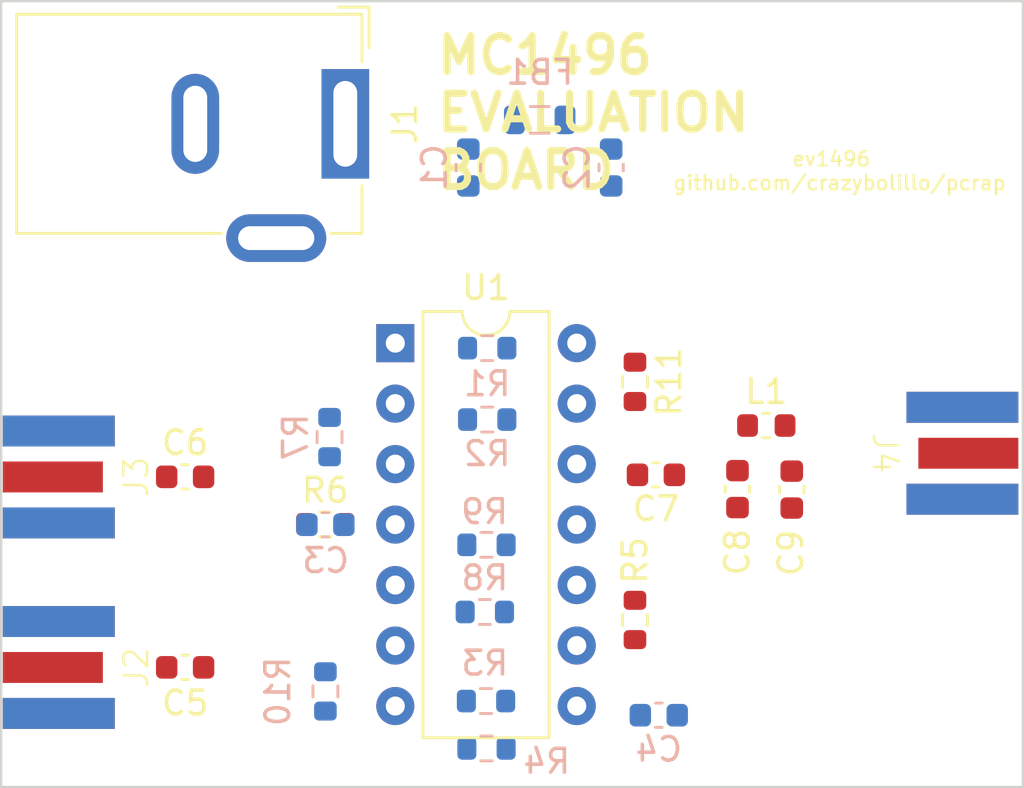
<source format=kicad_pcb>
(kicad_pcb (version 20221018) (generator pcbnew)
  (layers (0 "F.Cu" signal) (1 "In1.Cu" power) (2 "In2.Cu" power) (31 "B.Cu" signal) (34 "B.Paste" user) (35 "F.Paste" user) (36 "B.SilkS" user "B.Silkscreen") (37 "F.SilkS" user "F.Silkscreen") (38 "B.Mask" user) (39 "F.Mask" user) (44 "Edge.Cuts" user))
  (net 0 "")
  (net 1 "/OUT")
  (net 3 "GND")
  (net 5 "VCC")
  (net 6 "SIGNAL_BIAS")
  (net 7 "CARRIER_BIAS")
  (net 8 "Net-(R7-Pad1)")
  (net 9 "/VIN")
  (net 10 "/CARRIER_IN")
  (net 11 "/SIG_IN")
  (net 12 "/TUNED_OUT")
  (net 13 "Net-(R7-Pad2)")
  (net 14 "/BIAS_SERIES")
  (net 15 "/BIAS")
  (net 16 "/UNUSED_OUT")
  (net 17 "/CARRIER")
  (net 18 "/SIGNAL")
  (net 19 "/AC_OUT")
  (footprint "Resistor_SMD:R_0603_1608Metric" (layer "F.Cu") (at 154.445 107.005 90)
    (fp_text reference "R5" (at 2.5 0 90) (layer "F.SilkS"))
    (fp_text value "51" hide)
    (fp_line (start -0.237258 -0.5225) (end 0.237258 -0.5225) (stroke (width 0.12)) (layer "F.SilkS"))
    (fp_line (start -0.237258 0.5225) (end 0.237258 0.5225) (stroke (width 0.12)) (layer "F.SilkS"))
    (pad "1" smd roundrect (at -0.825 0 90) (size 0.8 0.95) (layers "F.Cu" "F.Paste" "F.Mask") (net 7 "CARRIER_BIAS"))
    (pad "2" smd roundrect (at 0.825 0 90) (size 0.8 0.95) (layers "F.Cu" "F.Paste" "F.Mask") (net 17 "/CARRIER"))
  )
  (footprint "Capacitor_SMD:C_0603_1608Metric" (layer "F.Cu") (at 155.325 100.91 180)
    (fp_text reference "C7" (at 0 -1.43) (layer "F.SilkS"))
    (fp_text value "10n" hide)
    (fp_line (start -0.14058 -0.51) (end 0.14058 -0.51) (stroke (width 0.12)) (layer "F.SilkS"))
    (fp_line (start -0.14058 0.51) (end 0.14058 0.51) (stroke (width 0.12)) (layer "F.SilkS"))
    (pad "1" smd roundrect (at -0.775 0 180) (size 0.9 0.95) (layers "F.Cu" "F.Paste" "F.Mask") (net 19 "/AC_OUT"))
    (pad "2" smd roundrect (at 0.775 0 180) (size 0.9 0.95) (layers "F.Cu" "F.Paste" "F.Mask") (net 1 "/OUT"))
  )
  (footprint "Capacitor_SMD:C_0603_1608Metric" (layer "F.Cu") (at 161.03 101.53 -90)
    (fp_text reference "C9" (at 2.66 0.04 90) (layer "F.SilkS"))
    (fp_text value "C" hide)
    (fp_line (start -0.14058 -0.51) (end 0.14058 -0.51) (stroke (width 0.12)) (layer "F.SilkS"))
    (fp_line (start -0.14058 0.51) (end 0.14058 0.51) (stroke (width 0.12)) (layer "F.SilkS"))
    (pad "1" smd roundrect (at -0.775 0 270) (size 0.9 0.95) (layers "F.Cu" "F.Paste" "F.Mask") (net 12 "/TUNED_OUT"))
    (pad "2" smd roundrect (at 0.775 0 270) (size 0.9 0.95) (layers "F.Cu" "F.Paste" "F.Mask") (net 3 "GND"))
  )
  (footprint "Capacitor_SMD:C_0603_1608Metric" (layer "F.Cu") (at 135.555 108.995)
    (fp_text reference "C5" (at 0 1.5) (layer "F.SilkS"))
    (fp_text value "1n" hide)
    (fp_line (start -0.14058 -0.51) (end 0.14058 -0.51) (stroke (width 0.12)) (layer "F.SilkS"))
    (fp_line (start -0.14058 0.51) (end 0.14058 0.51) (stroke (width 0.12)) (layer "F.SilkS"))
    (pad "1" smd roundrect (at -0.775 0) (size 0.9 0.95) (layers "F.Cu" "F.Paste" "F.Mask") (net 10 "/CARRIER_IN"))
    (pad "2" smd roundrect (at 0.775 0) (size 0.9 0.95) (layers "F.Cu" "F.Paste" "F.Mask") (net 17 "/CARRIER"))
  )
  (footprint "pcrap:SMA_EdgeMount" (layer "F.Cu") (at 167.445 100.005 -90)
    (fp_text reference "J4" (at 0 2.5 -90 unlocked) (layer "F.SilkS") (effects (font (thickness 0.1))))
    (fp_text value "Conn_Coaxial" hide)
    (pad "1" smd rect (at 0 -1 90) (size 1.3 4.2) (layers "F.Cu" "F.Paste" "F.Mask") (net 12 "/TUNED_OUT"))
    (pad "2" smd rect (at -1.93 -0.75 90) (size 1.3 4.7) (layers "F.Cu" "F.Paste" "F.Mask") (net 3 "GND"))
    (pad "2" smd rect (at -1.93 -0.75 90) (size 1.3 4.7) (layers "B.Cu" "B.Paste" "B.Mask") (net 3 "GND"))
    (pad "2" smd rect (at 1.93 -0.75 90) (size 1.3 4.7) (layers "F.Cu" "F.Paste" "F.Mask") (net 3 "GND"))
    (pad "2" smd rect (at 1.93 -0.75 90) (size 1.3 4.7) (layers "B.Cu" "B.Paste" "B.Mask") (net 3 "GND"))
  )
  (footprint "pcrap:SMA_EdgeMount" (layer "F.Cu") (at 131 101 90)
    (fp_text reference "J3" (at 0 2.5 90 unlocked) (layer "F.SilkS") (effects (font (thickness 0.1))))
    (fp_text value "Conn_Coaxial" hide)
    (pad "1" smd rect (at 0 -1 270) (size 1.3 4.2) (layers "F.Cu" "F.Paste" "F.Mask") (net 11 "/SIG_IN"))
    (pad "2" smd rect (at -1.93 -0.75 270) (size 1.3 4.7) (layers "F.Cu" "F.Paste" "F.Mask") (net 3 "GND"))
    (pad "2" smd rect (at -1.93 -0.75 270) (size 1.3 4.7) (layers "B.Cu" "B.Paste" "B.Mask") (net 3 "GND"))
    (pad "2" smd rect (at 1.93 -0.75 270) (size 1.3 4.7) (layers "F.Cu" "F.Paste" "F.Mask") (net 3 "GND"))
    (pad "2" smd rect (at 1.93 -0.75 270) (size 1.3 4.7) (layers "B.Cu" "B.Paste" "B.Mask") (net 3 "GND"))
  )
  (footprint "Connector_BarrelJack:BarrelJack_GCT_DCJ200-10-A_Horizontal" (layer "F.Cu") (at 142.28 86.17 -90)
    (fp_text reference "J1" (at 0 -2.5 90) (layer "F.SilkS"))
    (fp_text value "Barrel_Jack_Switch" hide)
    (fp_line (start -4.9 -1) (end -4.9 0.3) (stroke (width 0.12)) (layer "F.SilkS"))
    (fp_line (start -4.6 -0.7) (end -2.6 -0.7) (stroke (width 0.12)) (layer "F.SilkS"))
    (fp_line (start -4.6 13.8) (end -4.6 -0.7) (stroke (width 0.12)) (layer "F.SilkS"))
    (fp_line (start -3.2 -1) (end -4.9 -1) (stroke (width 0.12)) (layer "F.SilkS"))
    (fp_line (start 2.6 -0.7) (end 4.6 -0.7) (stroke (width 0.12)) (layer "F.SilkS"))
    (fp_line (start 4.6 -0.7) (end 4.6 0.6) (stroke (width 0.12)) (layer "F.SilkS"))
    (fp_line (start 4.6 5.2) (end 4.6 13.8) (stroke (width 0.12)) (layer "F.SilkS"))
    (fp_line (start 4.6 13.8) (end -4.6 13.8) (stroke (width 0.12)) (layer "F.SilkS"))
    (pad "1" thru_hole rect (at 0 0 270) (size 4.6 2) (drill oval 3.6 1) (layers "*.Cu" "*.Mask") (net 9 "/VIN"))
    (pad "2" thru_hole oval (at 0 6.3 270) (size 4.2 2) (drill oval 3.2 1) (layers "*.Cu" "*.Mask") (net 3 "GND"))
    (pad "3" thru_hole oval (at 4.8 2.9 270) (size 2 4.2) (drill oval 1 3.2) (layers "*.Cu" "*.Mask"))
  )
  (footprint "pcrap:SMA_EdgeMount" (layer "F.Cu") (at 131 109 90)
    (fp_text reference "J2" (at 0 2.5 90 unlocked) (layer "F.SilkS") (effects (font (thickness 0.1))))
    (fp_text value "Conn_Coaxial" hide)
    (pad "1" smd rect (at 0 -1 270) (size 1.3 4.2) (layers "F.Cu" "F.Paste" "F.Mask") (net 10 "/CARRIER_IN"))
    (pad "2" smd rect (at -1.93 -0.75 270) (size 1.3 4.7) (layers "F.Cu" "F.Paste" "F.Mask") (net 3 "GND"))
    (pad "2" smd rect (at -1.93 -0.75 270) (size 1.3 4.7) (layers "B.Cu" "B.Paste" "B.Mask") (net 3 "GND"))
    (pad "2" smd rect (at 1.93 -0.75 270) (size 1.3 4.7) (layers "F.Cu" "F.Paste" "F.Mask") (net 3 "GND"))
    (pad "2" smd rect (at 1.93 -0.75 270) (size 1.3 4.7) (layers "B.Cu" "B.Paste" "B.Mask") (net 3 "GND"))
  )
  (footprint "Package_DIP:DIP-14_W7.62mm" (layer "F.Cu") (at 144.38 95.38)
    (fp_text reference "U1" (at 3.81 -2.33) (layer "F.SilkS"))
    (fp_text value "MC1496" hide)
    (fp_line (start 1.16 -1.33) (end 1.16 16.57) (stroke (width 0.12)) (layer "F.SilkS"))
    (fp_line (start 1.16 16.57) (end 6.46 16.57) (stroke (width 0.12)) (layer "F.SilkS"))
    (fp_line (start 2.81 -1.33) (end 1.16 -1.33) (stroke (width 0.12)) (layer "F.SilkS"))
    (fp_line (start 6.46 -1.33) (end 4.81 -1.33) (stroke (width 0.12)) (layer "F.SilkS"))
    (fp_line (start 6.46 16.57) (end 6.46 -1.33) (stroke (width 0.12)) (layer "F.SilkS"))
    (fp_arc (start 4.81 -1.33) (mid 3.81 -0.33) (end 2.81 -1.33) (stroke (width 0.12)) (layer "F.SilkS"))
    (pad "1" thru_hole rect (at 0 0) (size 1.6 1.6) (drill 0.8) (layers "*.Cu" "*.Mask") (net 18 "/SIGNAL"))
    (pad "2" thru_hole oval (at 0 2.54) (size 1.6 1.6) (drill 0.8) (layers "*.Cu" "*.Mask") (net 8 "Net-(R7-Pad1)"))
    (pad "3" thru_hole oval (at 0 5.08) (size 1.6 1.6) (drill 0.8) (layers "*.Cu" "*.Mask") (net 13 "Net-(R7-Pad2)"))
    (pad "4" thru_hole oval (at 0 7.62) (size 1.6 1.6) (drill 0.8) (layers "*.Cu" "*.Mask") (net 6 "SIGNAL_BIAS"))
    (pad "5" thru_hole oval (at 0 10.16) (size 1.6 1.6) (drill 0.8) (layers "*.Cu" "*.Mask") (net 15 "/BIAS"))
    (pad "6" thru_hole oval (at 0 12.7) (size 1.6 1.6) (drill 0.8) (layers "*.Cu" "*.Mask") (net 16 "/UNUSED_OUT"))
    (pad "7" thru_hole oval (at 0 15.24) (size 1.6 1.6) (drill 0.8) (layers "*.Cu" "*.Mask"))
    (pad "8" thru_hole oval (at 7.62 15.24) (size 1.6 1.6) (drill 0.8) (layers "*.Cu" "*.Mask") (net 7 "CARRIER_BIAS"))
    (pad "9" thru_hole oval (at 7.62 12.7) (size 1.6 1.6) (drill 0.8) (layers "*.Cu" "*.Mask"))
    (pad "10" thru_hole oval (at 7.62 10.16) (size 1.6 1.6) (drill 0.8) (layers "*.Cu" "*.Mask") (net 17 "/CARRIER"))
    (pad "11" thru_hole oval (at 7.62 7.62) (size 1.6 1.6) (drill 0.8) (layers "*.Cu" "*.Mask"))
    (pad "12" thru_hole oval (at 7.62 5.08) (size 1.6 1.6) (drill 0.8) (layers "*.Cu" "*.Mask") (net 1 "/OUT"))
    (pad "13" thru_hole oval (at 7.62 2.54) (size 1.6 1.6) (drill 0.8) (layers "*.Cu" "*.Mask"))
    (pad "14" thru_hole oval (at 7.62 0) (size 1.6 1.6) (drill 0.8) (layers "*.Cu" "*.Mask") (net 3 "GND"))
  )
  (footprint "Inductor_SMD:L_0603_1608Metric" (layer "F.Cu") (at 159.96 98.84)
    (fp_text reference "L1" (at 0 -1.43) (layer "F.SilkS"))
    (fp_text value "L" hide)
    (fp_line (start -0.162779 -0.51) (end 0.162779 -0.51) (stroke (width 0.12)) (layer "F.SilkS"))
    (fp_line (start -0.162779 0.51) (end 0.162779 0.51) (stroke (width 0.12)) (layer "F.SilkS"))
    (pad "1" smd roundrect (at -0.7875 0) (size 0.875 0.95) (layers "F.Cu" "F.Paste" "F.Mask") (net 19 "/AC_OUT"))
    (pad "2" smd roundrect (at 0.7875 0) (size 0.875 0.95) (layers "F.Cu" "F.Paste" "F.Mask") (net 12 "/TUNED_OUT"))
  )
  (footprint "Resistor_SMD:R_0603_1608Metric" (layer "F.Cu") (at 154.445 97.005 -90)
    (fp_text reference "R11" (at 0 -1.43 90) (layer "F.SilkS"))
    (fp_text value "3.9k" hide)
    (fp_line (start -0.237258 -0.5225) (end 0.237258 -0.5225) (stroke (width 0.12)) (layer "F.SilkS"))
    (fp_line (start -0.237258 0.5225) (end 0.237258 0.5225) (stroke (width 0.12)) (layer "F.SilkS"))
    (pad "1" smd roundrect (at -0.825 0 270) (size 0.8 0.95) (layers "F.Cu" "F.Paste" "F.Mask") (net 5 "VCC"))
    (pad "2" smd roundrect (at 0.825 0 270) (size 0.8 0.95) (layers "F.Cu" "F.Paste" "F.Mask") (net 1 "/OUT"))
  )
  (footprint "Capacitor_SMD:C_0603_1608Metric" (layer "F.Cu") (at 158.75 101.51 -90)
    (fp_text reference "C8" (at 2.65 0.01 90) (layer "F.SilkS"))
    (fp_text value "C" hide)
    (fp_line (start -0.14058 -0.51) (end 0.14058 -0.51) (stroke (width 0.12)) (layer "F.SilkS"))
    (fp_line (start -0.14058 0.51) (end 0.14058 0.51) (stroke (width 0.12)) (layer "F.SilkS"))
    (pad "1" smd roundrect (at -0.775 0 270) (size 0.9 0.95) (layers "F.Cu" "F.Paste" "F.Mask") (net 19 "/AC_OUT"))
    (pad "2" smd roundrect (at 0.775 0 270) (size 0.9 0.95) (layers "F.Cu" "F.Paste" "F.Mask") (net 3 "GND"))
  )
  (footprint "Capacitor_SMD:C_0603_1608Metric" (layer "F.Cu") (at 135.555 100.995)
    (fp_text reference "C6" (at 0 -1.43) (layer "F.SilkS"))
    (fp_text value "1n" hide)
    (fp_line (start -0.14058 -0.51) (end 0.14058 -0.51) (stroke (width 0.12)) (layer "F.SilkS"))
    (fp_line (start -0.14058 0.51) (end 0.14058 0.51) (stroke (width 0.12)) (layer "F.SilkS"))
    (pad "1" smd roundrect (at -0.775 0) (size 0.9 0.95) (layers "F.Cu" "F.Paste" "F.Mask") (net 11 "/SIG_IN"))
    (pad "2" smd roundrect (at 0.775 0) (size 0.9 0.95) (layers "F.Cu" "F.Paste" "F.Mask") (net 18 "/SIGNAL"))
  )
  (footprint "Resistor_SMD:R_0603_1608Metric" (layer "F.Cu") (at 141.44 102.99)
    (fp_text reference "R6" (at 0 -1.43) (layer "F.SilkS"))
    (fp_text value "51" hide)
    (fp_line (start -0.237258 -0.5225) (end 0.237258 -0.5225) (stroke (width 0.12)) (layer "F.SilkS"))
    (fp_line (start -0.237258 0.5225) (end 0.237258 0.5225) (stroke (width 0.12)) (layer "F.SilkS"))
    (pad "1" smd roundrect (at -0.825 0) (size 0.8 0.95) (layers "F.Cu" "F.Paste" "F.Mask") (net 18 "/SIGNAL"))
    (pad "2" smd roundrect (at 0.825 0) (size 0.8 0.95) (layers "F.Cu" "F.Paste" "F.Mask") (net 6 "SIGNAL_BIAS"))
  )
  (footprint "Resistor_SMD:R_0603_1608Metric" (layer "B.Cu") (at 141.62 99.325 -90)
    (fp_text reference "R7" (at 0 1.43 90) (layer "B.SilkS") (effects (justify mirror)))
    (fp_text value "1k" hide)
    (fp_line (start -0.237258 -0.5225) (end 0.237258 -0.5225) (stroke (width 0.12)) (layer "B.SilkS"))
    (fp_line (start -0.237258 0.5225) (end 0.237258 0.5225) (stroke (width 0.12)) (layer "B.SilkS"))
    (pad "1" smd roundrect (at -0.825 0 270) (size 0.8 0.95) (layers "B.Cu" "B.Paste" "B.Mask") (net 8 "Net-(R7-Pad1)"))
    (pad "2" smd roundrect (at 0.825 0 270) (size 0.8 0.95) (layers "B.Cu" "B.Paste" "B.Mask") (net 13 "Net-(R7-Pad2)"))
  )
  (footprint "Capacitor_SMD:C_0603_1608Metric" (layer "B.Cu") (at 155.445 111.005)
    (fp_text reference "C4" (at 0 1.43) (layer "B.SilkS") (effects (justify mirror)))
    (fp_text value "10n")
    (fp_line (start -0.14058 -0.51) (end 0.14058 -0.51) (stroke (width 0.12)) (layer "B.SilkS"))
    (fp_line (start -0.14058 0.51) (end 0.14058 0.51) (stroke (width 0.12)) (layer "B.SilkS"))
    (pad "1" smd roundrect (at -0.775 0) (size 0.9 0.95) (layers "B.Cu" "B.Paste" "B.Mask") (net 7 "CARRIER_BIAS"))
    (pad "2" smd roundrect (at 0.775 0) (size 0.9 0.95) (layers "B.Cu" "B.Paste" "B.Mask") (net 3 "GND"))
  )
  (footprint "Resistor_SMD:R_0603_1608Metric" (layer "B.Cu") (at 148.14 106.67 180)
    (fp_text reference "R8" (at 0 1.43) (layer "B.SilkS") (effects (justify mirror)))
    (fp_text value "10k" hide)
    (fp_line (start -0.237258 -0.5225) (end 0.237258 -0.5225) (stroke (width 0.12)) (layer "B.SilkS"))
    (fp_line (start -0.237258 0.5225) (end 0.237258 0.5225) (stroke (width 0.12)) (layer "B.SilkS"))
    (pad "1" smd roundrect (at -0.825 0 180) (size 0.8 0.95) (layers "B.Cu" "B.Paste" "B.Mask") (net 14 "/BIAS_SERIES"))
    (pad "2" smd roundrect (at 0.825 0 180) (size 0.8 0.95) (layers "B.Cu" "B.Paste" "B.Mask") (net 15 "/BIAS"))
  )
  (footprint "Capacitor_SMD:C_0603_1608Metric" (layer "B.Cu") (at 153.445 88.005 -90)
    (fp_text reference "C2" (at 0 1.43 90) (layer "B.SilkS") (effects (justify mirror)))
    (fp_text value "100n" hide)
    (fp_line (start -0.14058 -0.51) (end 0.14058 -0.51) (stroke (width 0.12)) (layer "B.SilkS"))
    (fp_line (start -0.14058 0.51) (end 0.14058 0.51) (stroke (width 0.12)) (layer "B.SilkS"))
    (pad "1" smd roundrect (at -0.775 0 270) (size 0.9 0.95) (layers "B.Cu" "B.Paste" "B.Mask") (net 5 "VCC"))
    (pad "2" smd roundrect (at 0.775 0 270) (size 0.9 0.95) (layers "B.Cu" "B.Paste" "B.Mask") (net 3 "GND"))
  )
  (footprint "Resistor_SMD:R_0603_1608Metric" (layer "B.Cu") (at 148.24 95.59 180)
    (fp_text reference "R1" (at 0 -1.5) (layer "B.SilkS") (effects (justify mirror)))
    (fp_text value "10k" hide)
    (fp_line (start -0.237258 -0.5225) (end 0.237258 -0.5225) (stroke (width 0.12)) (layer "B.SilkS"))
    (fp_line (start -0.237258 0.5225) (end 0.237258 0.5225) (stroke (width 0.12)) (layer "B.SilkS"))
    (pad "1" smd roundrect (at -0.825 0 180) (size 0.8 0.95) (layers "B.Cu" "B.Paste" "B.Mask") (net 5 "VCC"))
    (pad "2" smd roundrect (at 0.825 0 180) (size 0.8 0.95) (layers "B.Cu" "B.Paste" "B.Mask") (net 6 "SIGNAL_BIAS"))
  )
  (footprint "Resistor_SMD:R_0603_1608Metric" (layer "B.Cu") (at 148.19 110.41)
    (fp_text reference "R3" (at -0.05 -1.59) (layer "B.SilkS") (effects (justify mirror)))
    (fp_text value "6.8k" hide)
    (fp_line (start -0.237258 -0.5225) (end 0.237258 -0.5225) (stroke (width 0.12)) (layer "B.SilkS"))
    (fp_line (start -0.237258 0.5225) (end 0.237258 0.5225) (stroke (width 0.12)) (layer "B.SilkS"))
    (pad "1" smd roundrect (at -0.825 0) (size 0.8 0.95) (layers "B.Cu" "B.Paste" "B.Mask") (net 5 "VCC"))
    (pad "2" smd roundrect (at 0.825 0) (size 0.8 0.95) (layers "B.Cu" "B.Paste" "B.Mask") (net 7 "CARRIER_BIAS"))
  )
  (footprint "Resistor_SMD:R_0603_1608Metric" (layer "B.Cu") (at 148.21 112.4 180)
    (fp_text reference "R4" (at -2.53 -0.54) (layer "B.SilkS") (effects (justify mirror)))
    (fp_text value "8.2k" hide)
    (fp_line (start -0.237258 -0.5225) (end 0.237258 -0.5225) (stroke (width 0.12)) (layer "B.SilkS"))
    (fp_line (start -0.237258 0.5225) (end 0.237258 0.5225) (stroke (width 0.12)) (layer "B.SilkS"))
    (pad "1" smd roundrect (at -0.825 0 180) (size 0.8 0.95) (layers "B.Cu" "B.Paste" "B.Mask") (net 7 "CARRIER_BIAS"))
    (pad "2" smd roundrect (at 0.825 0 180) (size 0.8 0.95) (layers "B.Cu" "B.Paste" "B.Mask") (net 3 "GND"))
  )
  (footprint "Capacitor_SMD:C_0603_1608Metric" (layer "B.Cu") (at 141.445 103.005 180)
    (fp_text reference "C3" (at -0.015 -1.505) (layer "B.SilkS") (effects (justify mirror)))
    (fp_text value "10n" hide)
    (fp_line (start -0.14058 -0.51) (end 0.14058 -0.51) (stroke (width 0.12)) (layer "B.SilkS"))
    (fp_line (start -0.14058 0.51) (end 0.14058 0.51) (stroke (width 0.12)) (layer "B.SilkS"))
    (pad "1" smd roundrect (at -0.775 0 180) (size 0.9 0.95) (layers "B.Cu" "B.Paste" "B.Mask") (net 6 "SIGNAL_BIAS"))
    (pad "2" smd roundrect (at 0.775 0 180) (size 0.9 0.95) (layers "B.Cu" "B.Paste" "B.Mask") (net 3 "GND"))
  )
  (footprint "Resistor_SMD:R_0603_1608Metric" (layer "B.Cu") (at 141.445 110.005 90)
    (fp_text reference "R10" (at 0 -2 90) (layer "B.SilkS") (effects (justify mirror)))
    (fp_text value "3.9k" hide)
    (fp_line (start -0.237258 -0.5225) (end 0.237258 -0.5225) (stroke (width 0.12)) (layer "B.SilkS"))
    (fp_line (start -0.237258 0.5225) (end 0.237258 0.5225) (stroke (width 0.12)) (layer "B.SilkS"))
    (pad "1" smd roundrect (at -0.825 0 90) (size 0.8 0.95) (layers "B.Cu" "B.Paste" "B.Mask") (net 5 "VCC"))
    (pad "2" smd roundrect (at 0.825 0 90) (size 0.8 0.95) (layers "B.Cu" "B.Paste" "B.Mask") (net 16 "/UNUSED_OUT"))
  )
  (footprint "Capacitor_SMD:C_0603_1608Metric" (layer "B.Cu") (at 147.445 88.005 -90)
    (fp_text reference "C1" (at 0 1.43 90) (layer "B.SilkS") (effects (justify mirror)))
    (fp_text value "100n" hide)
    (fp_line (start -0.14058 -0.51) (end 0.14058 -0.51) (stroke (width 0.12)) (layer "B.SilkS"))
    (fp_line (start -0.14058 0.51) (end 0.14058 0.51) (stroke (width 0.12)) (layer "B.SilkS"))
    (pad "1" smd roundrect (at -0.775 0 270) (size 0.9 0.95) (layers "B.Cu" "B.Paste" "B.Mask") (net 9 "/VIN"))
    (pad "2" smd roundrect (at 0.775 0 270) (size 0.9 0.95) (layers "B.Cu" "B.Paste" "B.Mask") (net 3 "GND"))
  )
  (footprint "Inductor_SMD:L_0805_2012Metric" (layer "B.Cu") (at 150.445 86.005)
    (fp_text reference "FB1" (at 0 -2) (layer "B.SilkS") (effects (justify mirror)))
    (fp_text value "FerriteBead" hide)
    (fp_line (start -0.399622 -0.56) (end 0.399622 -0.56) (stroke (width 0.12)) (layer "B.SilkS"))
    (fp_line (start -0.399622 0.56) (end 0.399622 0.56) (stroke (width 0.12)) (layer "B.SilkS"))
    (pad "1" smd roundrect (at -1.0625 0) (size 0.875 1.2) (layers "B.Cu" "B.Paste" "B.Mask") (net 9 "/VIN"))
    (pad "2" smd roundrect (at 1.0625 0) (size 0.875 1.2) (layers "B.Cu" "B.Paste" "B.Mask") (net 5 "VCC"))
  )
  (footprint "Resistor_SMD:R_0603_1608Metric" (layer "B.Cu") (at 148.21 103.85)
    (fp_text reference "R9" (at -0.08 -1.39) (layer "B.SilkS") (effects (justify mirror)))
    (fp_text value "3.9k" hide)
    (fp_line (start -0.237258 -0.5225) (end 0.237258 -0.5225) (stroke (width 0.12)) (layer "B.SilkS"))
    (fp_line (start -0.237258 0.5225) (end 0.237258 0.5225) (stroke (width 0.12)) (layer "B.SilkS"))
    (pad "1" smd roundrect (at -0.825 0) (size 0.8 0.95) (layers "B.Cu" "B.Paste" "B.Mask") (net 5 "VCC"))
    (pad "2" smd roundrect (at 0.825 0) (size 0.8 0.95) (layers "B.Cu" "B.Paste" "B.Mask") (net 14 "/BIAS_SERIES"))
  )
  (footprint "Resistor_SMD:R_0603_1608Metric" (layer "B.Cu") (at 148.24 98.59)
    (fp_text reference "R2" (at 0 1.43) (layer "B.SilkS") (effects (justify mirror)))
    (fp_text value "5.1k" hide)
    (fp_line (start -0.237258 -0.5225) (end 0.237258 -0.5225) (stroke (width 0.12)) (layer "B.SilkS"))
    (fp_line (start -0.237258 0.5225) (end 0.237258 0.5225) (stroke (width 0.12)) (layer "B.SilkS"))
    (pad "1" smd roundrect (at -0.825 0) (size 0.8 0.95) (layers "B.Cu" "B.Paste" "B.Mask") (net 6 "SIGNAL_BIAS"))
    (pad "2" smd roundrect (at 0.825 0) (size 0.8 0.95) (layers "B.Cu" "B.Paste" "B.Mask") (net 3 "GND"))
  )
  (gr_rect (start 127.83 81.02) (end 170.735 114.02) (stroke (width 0.1)) (fill none) (layer "Edge.Cuts"))
  (gr_text "ev1496" (at 161 88) (layer "F.SilkS") (effects (font (size 0.6 0.6) (thickness 0.1)) (justify left bottom)))
  (gr_text "MC1496\nEVALUATION\nBOARD" (at 146 89) (layer "F.SilkS") (effects (font (size 1.5 1.5) (thickness 0.3) bold) (justify left bottom)))
  (gr_text "github.com/crazybolillo/pcrap" (at 156 89) (layer "F.SilkS") (effects (font (size 0.6 0.6) (thickness 0.1)) (justify left bottom)))
)
</source>
